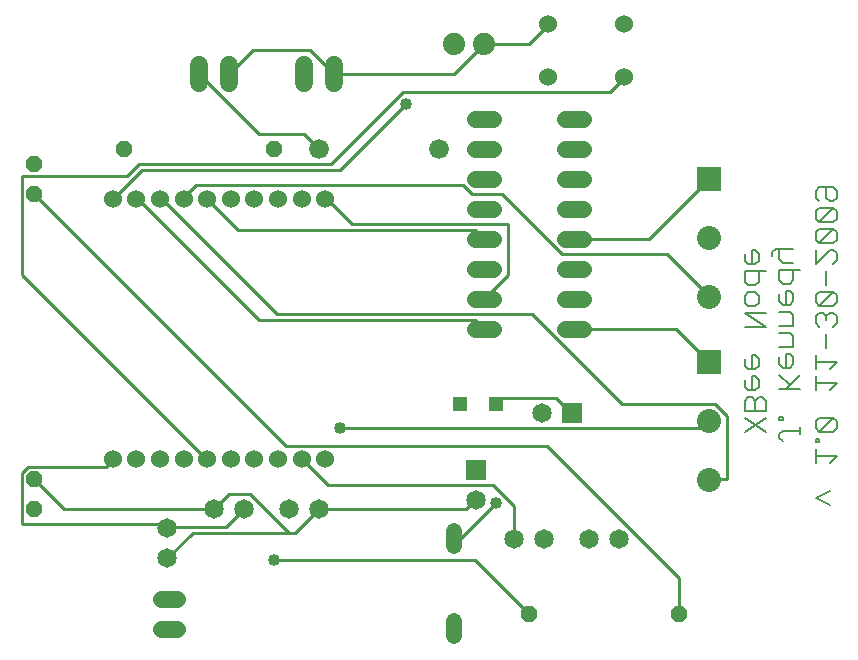
<source format=gbl>
G75*
G70*
%OFA0B0*%
%FSLAX24Y24*%
%IPPOS*%
%LPD*%
%AMOC8*
5,1,8,0,0,1.08239X$1,22.5*
%
%ADD10C,0.0060*%
%ADD11C,0.0600*%
%ADD12R,0.0650X0.0650*%
%ADD13C,0.0650*%
%ADD14C,0.0520*%
%ADD15C,0.0740*%
%ADD16OC8,0.0520*%
%ADD17OC8,0.0560*%
%ADD18C,0.0560*%
%ADD19R,0.0800X0.0800*%
%ADD20C,0.0800*%
%ADD21C,0.0660*%
%ADD22R,0.0515X0.0515*%
%ADD23C,0.0582*%
%ADD24C,0.0594*%
%ADD25C,0.0100*%
%ADD26C,0.0400*%
D10*
X024796Y007650D02*
X025497Y008118D01*
X025497Y008350D02*
X025497Y008701D01*
X025380Y008817D01*
X025263Y008817D01*
X025146Y008701D01*
X025146Y008350D01*
X024796Y008350D02*
X024796Y008701D01*
X024913Y008817D01*
X025030Y008817D01*
X025146Y008701D01*
X025146Y009050D02*
X024913Y009050D01*
X024796Y009167D01*
X024796Y009400D01*
X025030Y009517D02*
X025030Y009050D01*
X025146Y009050D02*
X025263Y009167D01*
X025263Y009400D01*
X025146Y009517D01*
X025030Y009517D01*
X025030Y009750D02*
X025030Y010217D01*
X025146Y010217D01*
X025263Y010100D01*
X025263Y009866D01*
X025146Y009750D01*
X024913Y009750D01*
X024796Y009866D01*
X024796Y010100D01*
X025938Y010155D02*
X025938Y009921D01*
X026055Y009804D01*
X026288Y009804D01*
X026405Y009921D01*
X026405Y010155D01*
X026288Y010271D01*
X026171Y010271D01*
X026171Y009804D01*
X025938Y009572D02*
X026288Y009221D01*
X026171Y009105D02*
X026638Y009572D01*
X027158Y009525D02*
X027158Y009058D01*
X027158Y009292D02*
X027859Y009292D01*
X027625Y009058D01*
X027625Y009758D02*
X027859Y009991D01*
X027158Y009991D01*
X027158Y009758D02*
X027158Y010225D01*
X027509Y010458D02*
X027509Y010925D01*
X027742Y011158D02*
X027859Y011274D01*
X027859Y011508D01*
X027742Y011625D01*
X027625Y011625D01*
X027509Y011508D01*
X027392Y011625D01*
X027275Y011625D01*
X027158Y011508D01*
X027158Y011274D01*
X027275Y011158D01*
X027509Y011391D02*
X027509Y011508D01*
X027742Y011857D02*
X027275Y011857D01*
X027742Y012324D01*
X027275Y012324D01*
X027158Y012208D01*
X027158Y011974D01*
X027275Y011857D01*
X027742Y011857D02*
X027859Y011974D01*
X027859Y012208D01*
X027742Y012324D01*
X027509Y012557D02*
X027509Y013024D01*
X027742Y013257D02*
X027859Y013374D01*
X027859Y013607D01*
X027742Y013724D01*
X027625Y013724D01*
X027158Y013257D01*
X027158Y013724D01*
X027275Y013957D02*
X027158Y014073D01*
X027158Y014307D01*
X027275Y014424D01*
X027742Y014424D01*
X027275Y013957D01*
X027742Y013957D01*
X027859Y014073D01*
X027859Y014307D01*
X027742Y014424D01*
X027742Y014656D02*
X027275Y014656D01*
X027742Y015123D01*
X027275Y015123D01*
X027158Y015007D01*
X027158Y014773D01*
X027275Y014656D01*
X027742Y014656D02*
X027859Y014773D01*
X027859Y015007D01*
X027742Y015123D01*
X027742Y015356D02*
X027625Y015356D01*
X027509Y015473D01*
X027509Y015823D01*
X027742Y015823D02*
X027859Y015706D01*
X027859Y015473D01*
X027742Y015356D01*
X027275Y015356D02*
X027158Y015473D01*
X027158Y015706D01*
X027275Y015823D01*
X027742Y015823D01*
X026405Y013770D02*
X025821Y013770D01*
X025704Y013653D01*
X025704Y013537D01*
X025938Y013420D02*
X025938Y013770D01*
X025938Y013420D02*
X026055Y013303D01*
X026405Y013303D01*
X026405Y013070D02*
X026405Y012720D01*
X026288Y012603D01*
X026055Y012603D01*
X025938Y012720D01*
X025938Y013070D01*
X026638Y013070D01*
X026288Y012371D02*
X026171Y012371D01*
X026171Y011904D01*
X026055Y011904D02*
X026288Y011904D01*
X026405Y012020D01*
X026405Y012254D01*
X026288Y012371D01*
X025938Y012254D02*
X025938Y012020D01*
X026055Y011904D01*
X025938Y011671D02*
X026288Y011671D01*
X026405Y011554D01*
X026405Y011204D01*
X025938Y011204D01*
X025938Y010971D02*
X026288Y010971D01*
X026405Y010854D01*
X026405Y010504D01*
X025938Y010504D01*
X025497Y011149D02*
X024796Y011616D01*
X025497Y011616D01*
X025263Y011966D02*
X025146Y011849D01*
X024913Y011849D01*
X024796Y011966D01*
X024796Y012199D01*
X024913Y012316D01*
X025146Y012316D01*
X025263Y012199D01*
X025263Y011966D01*
X025146Y012549D02*
X024913Y012549D01*
X024796Y012666D01*
X024796Y013016D01*
X025497Y013016D01*
X025263Y013016D02*
X025263Y012666D01*
X025146Y012549D01*
X025146Y013249D02*
X024913Y013249D01*
X024796Y013365D01*
X024796Y013599D01*
X025030Y013716D02*
X025030Y013249D01*
X025146Y013249D02*
X025263Y013365D01*
X025263Y013599D01*
X025146Y013716D01*
X025030Y013716D01*
X024796Y011149D02*
X025497Y011149D01*
X025938Y009105D02*
X026638Y009105D01*
X026055Y008172D02*
X025938Y008172D01*
X025938Y008055D01*
X026055Y008055D01*
X026055Y008172D01*
X026055Y007705D02*
X026638Y007705D01*
X026638Y007589D02*
X026638Y007822D01*
X027158Y007775D02*
X027158Y008009D01*
X027275Y008126D01*
X027742Y008126D01*
X027275Y007659D01*
X027158Y007775D01*
X027275Y007659D02*
X027742Y007659D01*
X027859Y007775D01*
X027859Y008009D01*
X027742Y008126D01*
X027275Y007426D02*
X027158Y007426D01*
X027158Y007309D01*
X027275Y007309D01*
X027275Y007426D01*
X027158Y007076D02*
X027158Y006609D01*
X027158Y006843D02*
X027859Y006843D01*
X027625Y006609D01*
X027625Y005677D02*
X027158Y005443D01*
X027625Y005210D01*
X026055Y007355D02*
X025938Y007472D01*
X025938Y007589D01*
X026055Y007705D01*
X025497Y007650D02*
X024796Y008118D01*
X024796Y008350D02*
X025497Y008350D01*
D11*
X020782Y019475D03*
X020782Y021255D03*
X018222Y021255D03*
X018222Y019475D03*
X010813Y015431D03*
X010026Y015431D03*
X009239Y015431D03*
X008451Y015431D03*
X007664Y015431D03*
X006876Y015431D03*
X006089Y015431D03*
X005302Y015431D03*
X004514Y015431D03*
X003727Y015431D03*
X003727Y006770D03*
X004514Y006770D03*
X005302Y006770D03*
X006089Y006770D03*
X006876Y006770D03*
X007664Y006770D03*
X008451Y006770D03*
X009239Y006770D03*
X010026Y006770D03*
X010813Y006770D03*
D12*
X015851Y006401D03*
X019051Y008301D03*
D13*
X018051Y008301D03*
X015851Y005401D03*
X017101Y004101D03*
X018101Y004101D03*
X019601Y004101D03*
X020601Y004101D03*
X010601Y005101D03*
X009601Y005101D03*
X008101Y005101D03*
X007101Y005101D03*
X005551Y004451D03*
X005551Y003451D03*
D14*
X015101Y003841D02*
X015101Y004361D01*
X015101Y001361D02*
X015101Y000841D01*
D15*
X015101Y020601D03*
X016101Y020601D03*
D16*
X001101Y016601D03*
X001101Y015601D03*
X001101Y006101D03*
X001101Y005101D03*
D17*
X004101Y017101D03*
X009101Y017101D03*
X017601Y001601D03*
X022601Y001601D03*
D18*
X005881Y001101D02*
X005321Y001101D01*
X005321Y002101D02*
X005881Y002101D01*
D19*
X023601Y010001D03*
X023601Y016101D03*
D20*
X023601Y014132D03*
X023601Y012164D03*
X023601Y008032D03*
X023601Y006064D03*
D21*
X014601Y017101D03*
X010601Y017101D03*
D22*
X015301Y008601D03*
X016501Y008601D03*
D23*
X016392Y011101D02*
X015810Y011101D01*
X015810Y012101D02*
X016392Y012101D01*
X016392Y013101D02*
X015810Y013101D01*
X015810Y014101D02*
X016392Y014101D01*
X016392Y015101D02*
X015810Y015101D01*
X015810Y016101D02*
X016392Y016101D01*
X016392Y017101D02*
X015810Y017101D01*
X015810Y018101D02*
X016392Y018101D01*
X018810Y018101D02*
X019392Y018101D01*
X019392Y017101D02*
X018810Y017101D01*
X018810Y016101D02*
X019392Y016101D01*
X019392Y015101D02*
X018810Y015101D01*
X018810Y014101D02*
X019392Y014101D01*
X019392Y013101D02*
X018810Y013101D01*
X018810Y012101D02*
X019392Y012101D01*
X019392Y011101D02*
X018810Y011101D01*
D24*
X011101Y019304D02*
X011101Y019898D01*
X010101Y019898D02*
X010101Y019304D01*
X007601Y019304D02*
X007601Y019898D01*
X006601Y019898D02*
X006601Y019304D01*
D25*
X006601Y019601D02*
X008601Y017601D01*
X010101Y017601D01*
X010601Y017101D01*
X011001Y016601D02*
X013401Y019001D01*
X020301Y019001D01*
X020701Y019401D01*
X020782Y019475D01*
X018201Y021201D02*
X018222Y021255D01*
X018201Y021201D02*
X017601Y020601D01*
X016101Y020601D01*
X015101Y019601D01*
X011101Y019601D01*
X010301Y020401D01*
X008401Y020401D01*
X007601Y019601D01*
X004601Y016601D02*
X011001Y016601D01*
X011301Y016401D02*
X013501Y018601D01*
X011301Y016401D02*
X004701Y016401D01*
X003801Y015501D01*
X003727Y015431D01*
X004514Y015431D02*
X004601Y015401D01*
X008601Y011401D01*
X015801Y011401D01*
X016101Y011101D01*
X016101Y012101D02*
X016901Y012901D01*
X016901Y014601D01*
X011701Y014601D01*
X010901Y015401D01*
X010813Y015431D01*
X007901Y014401D02*
X006901Y015401D01*
X006876Y015431D01*
X006501Y015901D02*
X015401Y015901D01*
X015701Y015601D01*
X016701Y015601D01*
X018701Y013601D01*
X022201Y013601D01*
X023601Y012201D01*
X023601Y012164D01*
X022501Y011101D02*
X019101Y011101D01*
X017701Y011601D02*
X020701Y008601D01*
X023801Y008601D01*
X024201Y008201D01*
X024201Y006101D01*
X023601Y006101D01*
X023601Y006064D01*
X023401Y007801D02*
X011301Y007801D01*
X010101Y006701D02*
X010026Y006770D01*
X010101Y006701D02*
X010901Y005901D01*
X016401Y005901D01*
X017101Y005201D01*
X017101Y004101D01*
X016501Y005301D02*
X015301Y004101D01*
X015101Y004101D01*
X015801Y003401D02*
X009101Y003401D01*
X009601Y004301D02*
X008301Y005601D01*
X007601Y005601D01*
X007101Y005101D01*
X002101Y005101D01*
X001101Y006101D01*
X000701Y006301D02*
X000901Y006501D01*
X003501Y006501D01*
X003701Y006701D01*
X003727Y006770D01*
X005401Y004601D02*
X005551Y004451D01*
X005601Y004501D01*
X007501Y004501D01*
X008101Y005101D01*
X009601Y004301D02*
X006401Y004301D01*
X005551Y003451D01*
X005401Y004601D02*
X000701Y004601D01*
X000701Y006301D01*
X006801Y006801D02*
X006876Y006770D01*
X006801Y006801D02*
X000701Y012901D01*
X000701Y016201D01*
X004201Y016201D01*
X004601Y016601D01*
X006101Y015501D02*
X006089Y015431D01*
X006101Y015501D02*
X006501Y015901D01*
X005401Y015401D02*
X005302Y015431D01*
X005401Y015401D02*
X009201Y011601D01*
X017701Y011601D01*
X019101Y014101D02*
X021601Y014101D01*
X023601Y016101D01*
X022501Y011101D02*
X023601Y010001D01*
X023601Y008032D02*
X023601Y008001D01*
X023401Y007801D01*
X019051Y008301D02*
X019001Y008301D01*
X018501Y008801D01*
X016701Y008801D01*
X016501Y008601D01*
X018201Y007201D02*
X022601Y002801D01*
X022601Y001601D01*
X017601Y001601D02*
X015801Y003401D01*
X015501Y005101D02*
X010601Y005101D01*
X009801Y004301D01*
X009601Y004301D01*
X009501Y007201D02*
X018201Y007201D01*
X015851Y005401D02*
X015801Y005401D01*
X015501Y005101D01*
X009501Y007201D02*
X001101Y015601D01*
X007901Y014401D02*
X015801Y014401D01*
X016101Y014101D01*
D26*
X013501Y018601D03*
X011301Y007801D03*
X016501Y005301D03*
X009101Y003401D03*
M02*

</source>
